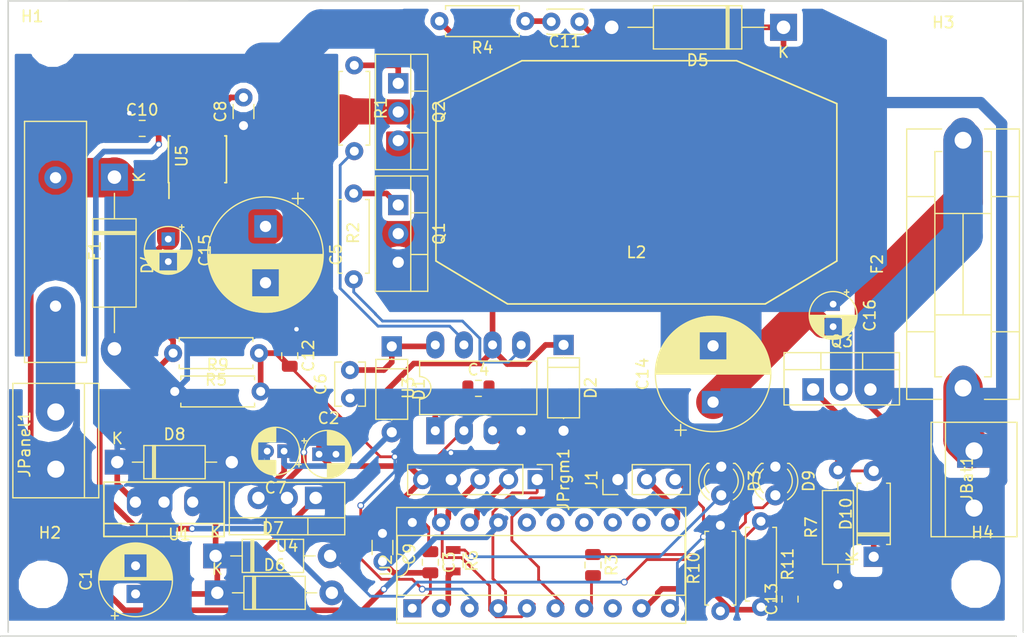
<source format=kicad_pcb>
(kicad_pcb (version 20171130) (host pcbnew 5.0.2-bee76a0~70~ubuntu18.04.1)
  (layers (0 F.Cu signal) (31 B.Cu signal) (34 B.Paste user) (35 F.Paste user) (36 B.SilkS user) (37 F.SilkS user) (38 B.Mask user) (39 F.Mask user) (44 Edge.Cuts user))
  (net 0 "")
  (net 1 +12V)
  (net 2 GND)
  (net 3 +5V)
  (net 4 "Net-(C6-Pad1)")
  (net 5 "Net-(Q1-Pad1)")
  (net 6 "Net-(Q2-Pad1)")
  (net 7 "Net-(R2-Pad2)")
  (net 8 "Net-(U2-Pad5)")
  (net 9 "Net-(U2-Pad6)")
  (net 10 "Net-(C6-Pad2)")
  (net 11 "Net-(R1-Pad2)")
  (net 12 "Net-(D3-Pad2)")
  (net 13 "Net-(R6-Pad2)")
  (net 14 "Net-(C8-Pad2)")
  (net 15 CSense)
  (net 16 "Net-(C1-Pad1)")
  (net 17 Mickler)
  (net 18 "Net-(JPrgm1-Pad2)")
  (net 19 "Net-(JPrgm1-Pad3)")
  (net 20 "Net-(C11-Pad2)")
  (net 21 VP_Sense)
  (net 22 VB_Sense)
  (net 23 VB)
  (net 24 "Net-(F1-Pad2)")
  (net 25 "Net-(J1-Pad2)")
  (net 26 "Net-(J1-Pad3)")
  (net 27 IN-)
  (net 28 "Net-(D9-Pad2)")
  (net 29 "Net-(R3-Pad2)")
  (net 30 "Net-(C15-Pad1)")
  (net 31 "Net-(C11-Pad1)")
  (net 32 "Net-(D10-Pad2)")
  (net 33 "Net-(F2-Pad1)")
  (module TerminalBlock:TerminalBlock_bornier-2_P5.08mm (layer F.Cu) (at 84.2 81.55 90)
    (fp_text reference JPanel1 (at 2.2 -2.775 90) (layer F.SilkS))
    (fp_text value Screw_Terminal_01x02)
    (pad 2 thru_hole circle (at 5.08 0 90) (size 3 3) (drill 1.52) (layers *.Cu *.Mask) (net 24 "Net-(F1-Pad2)"))
    (pad 1 thru_hole rect (at 0 0 90) (size 3 3) (drill 1.52) (layers *.Cu *.Mask) (net 2 GND))
  )
  (module Housings_SOIC:SOIC-8-1EP_3.9x4.9mm_Pitch1.27mm (layer F.Cu) (at 96.7625 54.0375 90)
    (fp_text reference U5 (at 0.2909 -1.3927 90) (layer F.SilkS))
    (fp_text value ACS713xLCTR-05B)
    (pad 1 smd rect (at -2.7 -1.905 90) (size 1.55 0.6) (layers F.Cu F.Paste F.Mask) (net 30 "Net-(C15-Pad1)"))
    (pad 2 smd rect (at -2.7 -0.635 90) (size 1.55 0.6) (layers F.Cu F.Paste F.Mask) (net 30 "Net-(C15-Pad1)"))
    (pad 3 smd rect (at -2.7 0.635 90) (size 1.55 0.6) (layers F.Cu F.Paste F.Mask) (net 27 IN-))
    (pad 4 smd rect (at -2.7 1.905 90) (size 1.55 0.6) (layers F.Cu F.Paste F.Mask) (net 27 IN-))
    (pad 5 smd rect (at 2.7 1.905 90) (size 1.55 0.6) (layers F.Cu F.Paste F.Mask) (net 2 GND))
    (pad 6 smd rect (at 2.7 0.635 90) (size 1.55 0.6) (layers F.Cu F.Paste F.Mask) (net 14 "Net-(C8-Pad2)"))
    (pad 7 smd rect (at 2.7 -0.635 90) (size 1.55 0.6) (layers F.Cu F.Paste F.Mask) (net 15 CSense))
    (pad 8 smd rect (at 2.7 -1.905 90) (size 1.55 0.6) (layers F.Cu F.Paste F.Mask) (net 3 +5V))
    (pad 9 smd rect (at 0.5875 0.5875 90) (size 1.175 1.175) (layers F.Cu F.Paste F.Mask))
    (pad 9 smd rect (at 0.5875 -0.5875 90) (size 1.175 1.175) (layers F.Cu F.Paste F.Mask))
    (pad 9 smd rect (at -0.5875 0.5875 90) (size 1.175 1.175) (layers F.Cu F.Paste F.Mask))
    (pad 9 smd rect (at -0.5875 -0.5875 90) (size 1.175 1.175) (layers F.Cu F.Paste F.Mask))
  )
  (module Capacitor_THT:CP_Radial_D10.0mm_P5.00mm (layer F.Cu) (at 102.8 60 270)
    (fp_text reference C5 (at 2.5 -6.25 270) (layer F.SilkS))
    (fp_text value CP)
    (pad 1 thru_hole rect (at 0 0 270) (size 2 2) (drill 1) (layers *.Cu *.Mask) (net 27 IN-))
    (pad 2 thru_hole circle (at 5 0 270) (size 2 2) (drill 1) (layers *.Cu *.Mask) (net 2 GND))
  )
  (module Package_DIP:DIP-20_W7.62mm_Socket (layer F.Cu) (at 115.825 93.9 90)
    (fp_text reference U2 (at 3.81 -2.33 90) (layer F.SilkS))
    (fp_text value 16F1508)
    (pad 1 thru_hole rect (at 0 0 90) (size 1.6 1.6) (drill 0.8) (layers *.Cu *.Mask) (net 3 +5V))
    (pad 11 thru_hole oval (at 7.62 22.86 90) (size 1.6 1.6) (drill 0.8) (layers *.Cu *.Mask) (net 25 "Net-(J1-Pad2)"))
    (pad 2 thru_hole oval (at 0 2.54 90) (size 1.6 1.6) (drill 0.8) (layers *.Cu *.Mask) (net 13 "Net-(R6-Pad2)"))
    (pad 12 thru_hole oval (at 7.62 20.32 90) (size 1.6 1.6) (drill 0.8) (layers *.Cu *.Mask))
    (pad 3 thru_hole oval (at 0 5.08 90) (size 1.6 1.6) (drill 0.8) (layers *.Cu *.Mask) (net 21 VP_Sense))
    (pad 13 thru_hole oval (at 7.62 17.78 90) (size 1.6 1.6) (drill 0.8) (layers *.Cu *.Mask))
    (pad 4 thru_hole oval (at 0 7.62 90) (size 1.6 1.6) (drill 0.8) (layers *.Cu *.Mask) (net 17 Mickler))
    (pad 14 thru_hole oval (at 7.62 15.24 90) (size 1.6 1.6) (drill 0.8) (layers *.Cu *.Mask))
    (pad 5 thru_hole oval (at 0 10.16 90) (size 1.6 1.6) (drill 0.8) (layers *.Cu *.Mask) (net 8 "Net-(U2-Pad5)"))
    (pad 15 thru_hole oval (at 7.62 12.7 90) (size 1.6 1.6) (drill 0.8) (layers *.Cu *.Mask))
    (pad 6 thru_hole oval (at 0 12.7 90) (size 1.6 1.6) (drill 0.8) (layers *.Cu *.Mask) (net 9 "Net-(U2-Pad6)"))
    (pad 16 thru_hole oval (at 7.62 10.16 90) (size 1.6 1.6) (drill 0.8) (layers *.Cu *.Mask))
    (pad 7 thru_hole oval (at 0 15.24 90) (size 1.6 1.6) (drill 0.8) (layers *.Cu *.Mask) (net 29 "Net-(R3-Pad2)"))
    (pad 17 thru_hole oval (at 7.62 7.62 90) (size 1.6 1.6) (drill 0.8) (layers *.Cu *.Mask) (net 15 CSense))
    (pad 8 thru_hole oval (at 0 17.78 90) (size 1.6 1.6) (drill 0.8) (layers *.Cu *.Mask))
    (pad 18 thru_hole oval (at 7.62 5.08 90) (size 1.6 1.6) (drill 0.8) (layers *.Cu *.Mask) (net 18 "Net-(JPrgm1-Pad2)"))
    (pad 9 thru_hole oval (at 0 20.32 90) (size 1.6 1.6) (drill 0.8) (layers *.Cu *.Mask) (net 22 VB_Sense))
    (pad 19 thru_hole oval (at 7.62 2.54 90) (size 1.6 1.6) (drill 0.8) (layers *.Cu *.Mask) (net 19 "Net-(JPrgm1-Pad3)"))
    (pad 10 thru_hole oval (at 0 22.86 90) (size 1.6 1.6) (drill 0.8) (layers *.Cu *.Mask) (net 26 "Net-(J1-Pad3)"))
    (pad 20 thru_hole oval (at 7.62 0 90) (size 1.6 1.6) (drill 0.8) (layers *.Cu *.Mask) (net 2 GND))
  )
  (module Resistor_THT:R_Axial_DIN0207_L6.3mm_D2.5mm_P7.62mm_Horizontal (layer F.Cu) (at 146.75 86.175 270)
    (fp_text reference R11 (at 3.81 -2.37 270) (layer F.SilkS))
    (fp_text value 20k)
    (pad 1 thru_hole circle (at 0 0 270) (size 1.6 1.6) (drill 0.8) (layers *.Cu *.Mask) (net 23 VB))
    (pad 2 thru_hole oval (at 7.62 0 270) (size 1.6 1.6) (drill 0.8) (layers *.Cu *.Mask) (net 22 VB_Sense))
  )
  (module Resistor_THT:R_Axial_DIN0207_L6.3mm_D2.5mm_P7.62mm_Horizontal (layer F.Cu) (at 143.15 94.15 90)
    (fp_text reference R10 (at 3.81 -2.37 90) (layer F.SilkS))
    (fp_text value 100k)
    (pad 2 thru_hole oval (at 7.62 0 90) (size 1.6 1.6) (drill 0.8) (layers *.Cu *.Mask) (net 2 GND))
    (pad 1 thru_hole circle (at 0 0 90) (size 1.6 1.6) (drill 0.8) (layers *.Cu *.Mask) (net 22 VB_Sense))
  )
  (module Capacitor_THT:CP_Radial_D6.3mm_P2.50mm (layer F.Cu) (at 91.275 92.625 90)
    (fp_text reference C1 (at 1.25 -4.4 90) (layer F.SilkS))
    (fp_text value CP)
    (pad 1 thru_hole rect (at 0 0 90) (size 1.6 1.6) (drill 0.8) (layers *.Cu *.Mask) (net 16 "Net-(C1-Pad1)"))
    (pad 2 thru_hole circle (at 2.5 0 90) (size 1.6 1.6) (drill 0.8) (layers *.Cu *.Mask) (net 2 GND))
  )
  (module Diode_THT:D_DO-41_SOD81_P10.16mm_Horizontal (layer F.Cu) (at 98.375 89.25)
    (fp_text reference D7 (at 5.08 -2.47) (layer F.SilkS))
    (fp_text value 1N4001)
    (fp_text user K (at 0 -2.1) (layer F.SilkS))
    (pad 1 thru_hole rect (at 0 0) (size 2.2 2.2) (drill 1.1) (layers *.Cu *.Mask) (net 16 "Net-(C1-Pad1)"))
    (pad 2 thru_hole oval (at 10.16 0) (size 2.2 2.2) (drill 1.1) (layers *.Cu *.Mask) (net 23 VB))
  )
  (module Capacitor_THT:CP_Radial_D4.0mm_P1.50mm (layer F.Cu) (at 104.45 79.95 180)
    (fp_text reference C7 (at 0.75 -3.25 180) (layer F.SilkS))
    (fp_text value CP)
    (pad 1 thru_hole rect (at 0 0 180) (size 1.2 1.2) (drill 0.6) (layers *.Cu *.Mask) (net 1 +12V))
    (pad 2 thru_hole circle (at 1.5 0 180) (size 1.2 1.2) (drill 0.6) (layers *.Cu *.Mask) (net 2 GND))
  )
  (module Capacitor_THT:CP_Radial_D4.0mm_P1.50mm (layer F.Cu) (at 107.55 80.225)
    (fp_text reference C2 (at 0.85 -3.2) (layer F.SilkS))
    (fp_text value CP)
    (pad 1 thru_hole rect (at 0 0) (size 1.2 1.2) (drill 0.6) (layers *.Cu *.Mask) (net 3 +5V))
    (pad 2 thru_hole circle (at 1.5 0) (size 1.2 1.2) (drill 0.6) (layers *.Cu *.Mask) (net 2 GND))
  )
  (module pm2120:Fuseholder5x20_horiz_SemiClosed_Casing10x25mm (layer F.Cu) (at 164.675 74.35 90)
    (fp_text reference F2 (at 11 -7.62 90) (layer F.SilkS))
    (fp_text value Fuse)
    (pad 2 thru_hole oval (at 22 0) (size 2.5 4) (drill 1.5) (layers *.Cu *.Mask) (net 23 VB))
    (pad 1 thru_hole oval (at 0 0) (size 2.5 4) (drill 1.5) (layers *.Cu *.Mask) (net 33 "Net-(F2-Pad1)"))
  )
  (module Package_TO_SOT_THT:TO-220-3_Vertical (layer F.Cu) (at 107.25 84.1 180)
    (fp_text reference U4 (at 2.54 -4.27 180) (layer F.SilkS))
    (fp_text value L7812)
    (pad 3 thru_hole oval (at 5.08 0 180) (size 1.905 2) (drill 1.1) (layers *.Cu *.Mask) (net 1 +12V))
    (pad 2 thru_hole oval (at 2.54 0 180) (size 1.905 2) (drill 1.1) (layers *.Cu *.Mask) (net 2 GND))
    (pad 1 thru_hole rect (at 0 0 180) (size 1.905 2) (drill 1.1) (layers *.Cu *.Mask) (net 16 "Net-(C1-Pad1)"))
  )
  (module Capacitor_SMD:C_0805_2012Metric (layer F.Cu) (at 117.425 89.8125 270)
    (fp_text reference C3 (at 0 -1.65 270) (layer F.SilkS))
    (fp_text value C)
    (pad 1 smd roundrect (at -0.9375 0 270) (size 0.975 1.4) (layers F.Cu F.Paste F.Mask) (net 2 GND))
    (pad 2 smd roundrect (at 0.9375 0 270) (size 0.975 1.4) (layers F.Cu F.Paste F.Mask) (net 3 +5V))
  )
  (module Housings_DIP:DIP-8_W7.62mm_LongPads (layer F.Cu) (at 117.8604 78.1386 90)
    (fp_text reference U3 (at 3.81 -2.39 90) (layer F.SilkS))
    (fp_text value IR2104)
    (pad 1 thru_hole rect (at 0 0 90) (size 2.4 1.6) (drill 0.8) (layers *.Cu *.Mask) (net 1 +12V))
    (pad 5 thru_hole oval (at 7.62 7.62 90) (size 2.4 1.6) (drill 0.8) (layers *.Cu *.Mask) (net 7 "Net-(R2-Pad2)"))
    (pad 2 thru_hole oval (at 0 2.54 90) (size 2.4 1.6) (drill 0.8) (layers *.Cu *.Mask) (net 8 "Net-(U2-Pad5)"))
    (pad 6 thru_hole oval (at 7.62 5.08 90) (size 2.4 1.6) (drill 0.8) (layers *.Cu *.Mask) (net 4 "Net-(C6-Pad1)"))
    (pad 3 thru_hole oval (at 0 5.08 90) (size 2.4 1.6) (drill 0.8) (layers *.Cu *.Mask) (net 9 "Net-(U2-Pad6)"))
    (pad 7 thru_hole oval (at 7.62 2.54 90) (size 2.4 1.6) (drill 0.8) (layers *.Cu *.Mask) (net 11 "Net-(R1-Pad2)"))
    (pad 4 thru_hole oval (at 0 7.62 90) (size 2.4 1.6) (drill 0.8) (layers *.Cu *.Mask) (net 2 GND))
    (pad 8 thru_hole oval (at 7.62 0 90) (size 2.4 1.6) (drill 0.8) (layers *.Cu *.Mask) (net 10 "Net-(C6-Pad2)"))
  )
  (module Capacitors_THT:C_Disc_D3.8mm_W2.6mm_P2.50mm (layer F.Cu) (at 110.3 75.25 90)
    (fp_text reference C6 (at 1.25 -2.61 90) (layer F.SilkS))
    (fp_text value C)
    (pad 1 thru_hole circle (at 0 0 90) (size 1.6 1.6) (drill 0.8) (layers *.Cu *.Mask) (net 4 "Net-(C6-Pad1)"))
    (pad 2 thru_hole circle (at 2.5 0 90) (size 1.6 1.6) (drill 0.8) (layers *.Cu *.Mask) (net 10 "Net-(C6-Pad2)"))
  )
  (module Capacitor_THT:C_Disc_D3.0mm_W1.6mm_P2.50mm (layer F.Cu) (at 100.85 51.05 90)
    (fp_text reference C8 (at 1.25 -2.05 90) (layer F.SilkS))
    (fp_text value Capacitor_SMD:C_0805_2012Metric)
    (pad 1 thru_hole circle (at 0 0 90) (size 1.6 1.6) (drill 0.8) (layers *.Cu *.Mask) (net 2 GND))
    (pad 2 thru_hole circle (at 2.5 0 90) (size 1.6 1.6) (drill 0.8) (layers *.Cu *.Mask) (net 14 "Net-(C8-Pad2)"))
  )
  (module Diodes_THT:D_A-405_P7.62mm_Horizontal (layer F.Cu) (at 114 70.65 270)
    (fp_text reference D1 (at 3.81 -2.41 270) (layer F.SilkS))
    (fp_text value D1)
    (pad 1 thru_hole rect (at 0 0 270) (size 1.8 1.8) (drill 0.9) (layers *.Cu *.Mask) (net 10 "Net-(C6-Pad2)"))
    (pad 2 thru_hole oval (at 7.62 0 270) (size 1.8 1.8) (drill 0.9) (layers *.Cu *.Mask) (net 1 +12V))
  )
  (module TerminalBlock:TerminalBlock_bornier-2_P5.08mm (layer F.Cu) (at 165.65 79.925 270)
    (fp_text reference JBat1 (at 2.5 0.625 270) (layer F.SilkS))
    (fp_text value Screw_Terminal_01x02)
    (pad 2 thru_hole circle (at 5.08 0 270) (size 3 3) (drill 1.52) (layers *.Cu *.Mask) (net 2 GND))
    (pad 1 thru_hole rect (at 0 0 270) (size 3 3) (drill 1.52) (layers *.Cu *.Mask) (net 33 "Net-(F2-Pad1)"))
  )
  (module LED_THT:LED_D3.0mm (layer F.Cu) (at 143.225 81.325 270)
    (fp_text reference D3 (at 1.27 -2.96 270) (layer F.SilkS))
    (fp_text value LED)
    (pad 2 thru_hole circle (at 2.54 0 270) (size 1.8 1.8) (drill 0.9) (layers *.Cu *.Mask) (net 12 "Net-(D3-Pad2)"))
    (pad 1 thru_hole rect (at 0 0 270) (size 1.8 1.8) (drill 0.9) (layers *.Cu *.Mask) (net 2 GND))
  )
  (module Diodes_THT:D_A-405_P7.62mm_Horizontal (layer F.Cu) (at 129.2396 70.5186 270)
    (fp_text reference D2 (at 3.81 -2.41 270) (layer F.SilkS))
    (fp_text value UF4007)
    (pad 1 thru_hole rect (at 0 0 270) (size 1.8 1.8) (drill 0.9) (layers *.Cu *.Mask) (net 4 "Net-(C6-Pad1)"))
    (pad 2 thru_hole oval (at 7.62 0 270) (size 1.8 1.8) (drill 0.9) (layers *.Cu *.Mask) (net 2 GND))
  )
  (module TO_SOT_Packages_THT:TO-220_Vertical (layer F.Cu) (at 114.575 58.1 270)
    (fp_text reference Q1 (at 2.54 -3.62 270) (layer F.SilkS))
    (fp_text value IRF540N)
    (pad 1 thru_hole rect (at 0 0 270) (size 1.8 1.8) (drill 1) (layers *.Cu *.Mask) (net 5 "Net-(Q1-Pad1)"))
    (pad 2 thru_hole oval (at 2.54 0 270) (size 1.8 1.8) (drill 1) (layers *.Cu *.Mask) (net 4 "Net-(C6-Pad1)"))
    (pad 3 thru_hole oval (at 5.08 0 270) (size 1.8 1.8) (drill 1) (layers *.Cu *.Mask) (net 2 GND))
  )
  (module TO_SOT_Packages_THT:TO-220_Vertical (layer F.Cu) (at 114.575 47.3 270)
    (fp_text reference Q2 (at 2.54 -3.62 270) (layer F.SilkS))
    (fp_text value IRF540N)
    (pad 1 thru_hole rect (at 0 0 270) (size 1.8 1.8) (drill 1) (layers *.Cu *.Mask) (net 6 "Net-(Q2-Pad1)"))
    (pad 2 thru_hole oval (at 2.54 0 270) (size 1.8 1.8) (drill 1) (layers *.Cu *.Mask) (net 27 IN-))
    (pad 3 thru_hole oval (at 5.08 0 270) (size 1.8 1.8) (drill 1) (layers *.Cu *.Mask) (net 4 "Net-(C6-Pad1)"))
  )
  (module TO_SOT_Packages_THT:TO-220_Neutral123_Vertical (layer F.Cu) (at 93.8 84.475 180)
    (fp_text reference U1 (at -1.36144 -2.86512 180) (layer F.SilkS))
    (fp_text value L7805)
    (pad 2 thru_hole oval (at 0 0 270) (size 2.49936 1.50114) (drill 1.00076) (layers *.Cu *.Mask) (net 2 GND))
    (pad 1 thru_hole oval (at -2.54 0 270) (size 2.49936 1.50114) (drill 1.00076) (layers *.Cu *.Mask) (net 16 "Net-(C1-Pad1)"))
    (pad 3 thru_hole oval (at 2.54 0 270) (size 2.49936 1.50114) (drill 1.00076) (layers *.Cu *.Mask) (net 3 +5V))
  )
  (module Resistors_SMD:R_0805 (layer F.Cu) (at 119.45 89.675 270)
    (fp_text reference R6 (at 0 -1.65 270) (layer F.SilkS))
    (fp_text value 2000)
    (pad 1 smd rect (at -0.95 0 270) (size 0.7 1.3) (layers F.Cu F.Paste F.Mask) (net 12 "Net-(D3-Pad2)"))
    (pad 2 smd rect (at 0.95 0 270) (size 0.7 1.3) (layers F.Cu F.Paste F.Mask) (net 13 "Net-(R6-Pad2)"))
  )
  (module pm2120:pm2120 (layer F.Cu) (at 135.7 61.8)
    (fp_text reference L2 (at 0 0.5) (layer F.SilkS))
    (fp_text value L)
    (pad 1 smd rect (at -15 -6) (size 4 12) (layers F.Cu F.Paste F.Mask) (net 4 "Net-(C6-Pad1)"))
    (pad 2 smd rect (at 15 -6) (size 4 12) (layers F.Cu F.Paste F.Mask) (net 31 "Net-(C11-Pad1)"))
  )
  (module Resistor_THT:R_Axial_DIN0207_L6.3mm_D2.5mm_P7.62mm_Horizontal (layer F.Cu) (at 125.85 41.775 180)
    (fp_text reference R4 (at 3.81 -2.37 180) (layer F.SilkS))
    (fp_text value 200)
    (pad 1 thru_hole circle (at 0 0 180) (size 1.6 1.6) (drill 0.8) (layers *.Cu *.Mask) (net 20 "Net-(C11-Pad2)"))
    (pad 2 thru_hole oval (at 7.62 0 180) (size 1.6 1.6) (drill 0.8) (layers *.Cu *.Mask) (net 4 "Net-(C6-Pad1)"))
  )
  (module Resistor_THT:R_Axial_DIN0207_L6.3mm_D2.5mm_P7.62mm_Horizontal (layer F.Cu) (at 102.225 71.25 180)
    (fp_text reference R5 (at 3.81 -2.37 180) (layer F.SilkS))
    (fp_text value 100k)
    (pad 1 thru_hole circle (at 0 0 180) (size 1.6 1.6) (drill 0.8) (layers *.Cu *.Mask) (net 21 VP_Sense))
    (pad 2 thru_hole oval (at 7.62 0 180) (size 1.6 1.6) (drill 0.8) (layers *.Cu *.Mask) (net 30 "Net-(C15-Pad1)"))
  )
  (module Resistor_THT:R_Axial_DIN0207_L6.3mm_D2.5mm_P7.62mm_Horizontal (layer F.Cu) (at 94.75 74.65)
    (fp_text reference R9 (at 3.81 -2.37) (layer F.SilkS))
    (fp_text value 20k)
    (pad 2 thru_hole oval (at 7.62 0) (size 1.6 1.6) (drill 0.8) (layers *.Cu *.Mask) (net 21 VP_Sense))
    (pad 1 thru_hole circle (at 0 0) (size 1.6 1.6) (drill 0.8) (layers *.Cu *.Mask) (net 2 GND))
  )
  (module Capacitor_THT:C_Disc_D3.0mm_W2.0mm_P2.50mm (layer F.Cu) (at 130.65 41.825 180)
    (fp_text reference C11 (at 1.3062 -1.7526 180) (layer F.SilkS))
    (fp_text value C)
    (pad 1 thru_hole circle (at 0 0 180) (size 1.6 1.6) (drill 0.8) (layers *.Cu *.Mask) (net 31 "Net-(C11-Pad1)"))
    (pad 2 thru_hole circle (at 2.5 0 180) (size 1.6 1.6) (drill 0.8) (layers *.Cu *.Mask) (net 20 "Net-(C11-Pad2)"))
  )
  (module Capacitor_THT:CP_Radial_D10.0mm_P5.00mm (layer F.Cu) (at 142.5 75.6 90)
    (fp_text reference C14 (at 2.5 -6.25 90) (layer F.SilkS))
    (fp_text value 1000uF)
    (pad 1 thru_hole rect (at 0 0 90) (size 2 2) (drill 1) (layers *.Cu *.Mask) (net 31 "Net-(C11-Pad1)"))
    (pad 2 thru_hole circle (at 5 0 90) (size 2 2) (drill 1) (layers *.Cu *.Mask) (net 2 GND))
  )
  (module Capacitor_THT:C_Disc_D3.0mm_W1.6mm_P2.50mm (layer F.Cu) (at 113.175 87.25 270)
    (fp_text reference C9 (at 1.8396 -2.3876 270) (layer F.SilkS))
    (fp_text value C)
    (pad 2 thru_hole circle (at 2.5 0 270) (size 1.6 1.6) (drill 0.8) (layers *.Cu *.Mask) (net 3 +5V))
    (pad 1 thru_hole circle (at 0 0 270) (size 1.6 1.6) (drill 0.8) (layers *.Cu *.Mask) (net 2 GND))
  )
  (module Diode_THT:D_DO-41_SOD81_P10.16mm_Horizontal (layer F.Cu) (at 98.525 92.525)
    (fp_text reference D6 (at 5.08 -2.47) (layer F.SilkS))
    (fp_text value 1N4001)
    (fp_text user K (at 0 -2.1) (layer F.SilkS))
    (pad 2 thru_hole oval (at 10.16 0) (size 2.2 2.2) (drill 1.1) (layers *.Cu *.Mask) (net 30 "Net-(C15-Pad1)"))
    (pad 1 thru_hole rect (at 0 0) (size 2.2 2.2) (drill 1.1) (layers *.Cu *.Mask) (net 16 "Net-(C1-Pad1)"))
  )
  (module Diode_THT:D_DO-41_SOD81_P10.16mm_Horizontal (layer F.Cu) (at 89.65 80.925)
    (fp_text reference D8 (at 5.08 -2.47) (layer F.SilkS))
    (fp_text value 1N4007)
    (fp_text user K (at 0 -2.1) (layer F.SilkS))
    (pad 1 thru_hole rect (at 0 0) (size 2.2 2.2) (drill 1.1) (layers *.Cu *.Mask) (net 3 +5V))
    (pad 2 thru_hole oval (at 10.16 0) (size 2.2 2.2) (drill 1.1) (layers *.Cu *.Mask) (net 2 GND))
  )
  (module Connector_PinHeader_2.54mm:PinHeader_1x05_P2.54mm_Vertical (layer F.Cu) (at 126.9 82.475 270)
    (fp_text reference JPrgm1 (at 0 -2.33 270) (layer F.SilkS))
    (fp_text value Conn_01x05)
    (pad 1 thru_hole rect (at 0 0 270) (size 1.7 1.7) (drill 1) (layers *.Cu *.Mask) (net 17 Mickler))
    (pad 2 thru_hole oval (at 0 2.54 270) (size 1.7 1.7) (drill 1) (layers *.Cu *.Mask) (net 18 "Net-(JPrgm1-Pad2)"))
    (pad 3 thru_hole oval (at 0 5.08 270) (size 1.7 1.7) (drill 1) (layers *.Cu *.Mask) (net 19 "Net-(JPrgm1-Pad3)"))
    (pad 4 thru_hole oval (at 0 7.62 270) (size 1.7 1.7) (drill 1) (layers *.Cu *.Mask) (net 2 GND))
    (pad 5 thru_hole oval (at 0 10.16 270) (size 1.7 1.7) (drill 1) (layers *.Cu *.Mask) (net 3 +5V))
  )
  (module MountingHole:MountingHole_3.2mm_M3 (layer F.Cu) (at 83.925001 43.725001)
    (fp_text reference H1 (at -1.825001 -2.375001) (layer F.SilkS))
    (fp_text value MountingHole)
    (pad 1 np_thru_hole circle (at 0 0) (size 3.2 3.2) (drill 3.2) (layers *.Cu *.Mask))
  )
  (module MountingHole:MountingHole_3.2mm_M3 (layer F.Cu) (at 83.675 91.4)
    (fp_text reference H2 (at 0 -4.2) (layer F.SilkS))
    (fp_text value MountingHole)
    (pad 1 np_thru_hole circle (at 0 0) (size 3.2 3.2) (drill 3.2) (layers *.Cu *.Mask))
  )
  (module MountingHole:MountingHole_3.2mm_M3 (layer F.Cu) (at 166 44)
    (fp_text reference H3 (at -3.075 -2.1) (layer F.SilkS))
    (fp_text value MountingHole)
    (pad 1 np_thru_hole circle (at 0 0) (size 3.2 3.2) (drill 3.2) (layers *.Cu *.Mask))
  )
  (module MountingHole:MountingHole_3.2mm_M3 (layer F.Cu) (at 166.4 91.375)
    (fp_text reference H4 (at 0 -4.2) (layer F.SilkS))
    (fp_text value MountingHole)
    (pad 1 np_thru_hole circle (at 0 0) (size 3.2 3.2) (drill 3.2) (layers *.Cu *.Mask))
  )
  (module Capacitor_SMD:C_0805_2012Metric (layer F.Cu) (at 121.6875 74.375)
    (fp_text reference C4 (at 0 -1.65) (layer F.SilkS))
    (fp_text value C)
    (pad 1 smd roundrect (at -0.9375 0) (size 0.975 1.4) (layers F.Cu F.Paste F.Mask) (net 1 +12V))
    (pad 2 smd roundrect (at 0.9375 0) (size 0.975 1.4) (layers F.Cu F.Paste F.Mask) (net 2 GND))
  )
  (module Capacitor_SMD:C_0805_2012Metric (layer F.Cu) (at 91.8625 51.3)
    (fp_text reference C10 (at 0 -1.65) (layer F.SilkS))
    (fp_text value 0.11uF)
    (pad 2 smd roundrect (at 0.9375 0) (size 0.975 1.4) (layers F.Cu F.Paste F.Mask) (net 3 +5V))
    (pad 1 smd roundrect (at -0.9375 0) (size 0.975 1.4) (layers F.Cu F.Paste F.Mask) (net 2 GND))
  )
  (module Capacitor_SMD:C_0805_2012Metric (layer F.Cu) (at 104.95 71.475 270)
    (fp_text reference C12 (at 0 -1.65 270) (layer F.SilkS))
    (fp_text value C)
    (pad 2 smd roundrect (at 0.9375 0 270) (size 0.975 1.4) (layers F.Cu F.Paste F.Mask) (net 21 VP_Sense))
    (pad 1 smd roundrect (at -0.9375 0 270) (size 0.975 1.4) (layers F.Cu F.Paste F.Mask) (net 2 GND))
  )
  (module Capacitor_SMD:C_0805_2012Metric (layer F.Cu) (at 149.325 93.0875 90)
    (fp_text reference C13 (at 0 -1.65 90) (layer F.SilkS))
    (fp_text value C)
    (pad 1 smd roundrect (at -0.9375 0 90) (size 0.975 1.4) (layers F.Cu F.Paste F.Mask) (net 22 VB_Sense))
    (pad 2 smd roundrect (at 0.9375 0 90) (size 0.975 1.4) (layers F.Cu F.Paste F.Mask) (net 2 GND))
  )
  (module Connector_PinHeader_2.54mm:PinHeader_1x03_P2.54mm_Vertical (layer F.Cu) (at 134.06 82.475 90)
    (fp_text reference J1 (at 0 -2.33 90) (layer F.SilkS))
    (fp_text value Conn_01x03)
    (pad 1 thru_hole rect (at 0 0 90) (size 1.7 1.7) (drill 1) (layers *.Cu *.Mask) (net 2 GND))
    (pad 2 thru_hole oval (at 0 2.54 90) (size 1.7 1.7) (drill 1) (layers *.Cu *.Mask) (net 25 "Net-(J1-Pad2)"))
    (pad 3 thru_hole oval (at 0 5.08 90) (size 1.7 1.7) (drill 1) (layers *.Cu *.Mask) (net 26 "Net-(J1-Pad3)"))
  )
  (module Diode_THT:D_DO-15_P15.24mm_Horizontal (layer F.Cu) (at 89.4 55.625 270)
    (fp_text reference D4 (at 7.62 -2.92 270) (layer F.SilkS))
    (fp_text value D_TVS)
    (fp_text user K (at 0 -2.2 270) (layer F.SilkS))
    (pad 1 thru_hole rect (at 0 0 270) (size 2.4 2.4) (drill 1.2) (layers *.Cu *.Mask) (net 30 "Net-(C15-Pad1)"))
    (pad 2 thru_hole oval (at 15.24 0 270) (size 2.4 2.4) (drill 1.2) (layers *.Cu *.Mask) (net 2 GND))
  )
  (module Diode_THT:D_DO-15_P15.24mm_Horizontal (layer F.Cu) (at 148.75 42.325 180)
    (fp_text reference D5 (at 7.62 -2.92 180) (layer F.SilkS))
    (fp_text value D_TVS)
    (fp_text user K (at 0 -2.2 180) (layer F.SilkS))
    (pad 2 thru_hole oval (at 15.24 0 180) (size 2.4 2.4) (drill 1.2) (layers *.Cu *.Mask) (net 2 GND))
    (pad 1 thru_hole rect (at 0 0 180) (size 2.4 2.4) (drill 1.2) (layers *.Cu *.Mask) (net 31 "Net-(C11-Pad1)"))
  )
  (module LED_THT:LED_D3.0mm (layer F.Cu) (at 148.025 81.325 270)
    (fp_text reference D9 (at 1.27 -2.96 270) (layer F.SilkS))
    (fp_text value LED)
    (pad 1 thru_hole rect (at 0 0 270) (size 1.8 1.8) (drill 0.9) (layers *.Cu *.Mask) (net 2 GND))
    (pad 2 thru_hole circle (at 2.54 0 270) (size 1.8 1.8) (drill 0.9) (layers *.Cu *.Mask) (net 28 "Net-(D9-Pad2)"))
  )
  (module Resistor_THT:R_Axial_DIN0207_L6.3mm_D2.5mm_P7.62mm_Horizontal (layer F.Cu) (at 110.675 45.7 270)
    (fp_text reference R1 (at 3.81 -2.37 270) (layer F.SilkS))
    (fp_text value 20)
    (pad 1 thru_hole circle (at 0 0 270) (size 1.6 1.6) (drill 0.8) (layers *.Cu *.Mask) (net 6 "Net-(Q2-Pad1)"))
    (pad 2 thru_hole oval (at 7.62 0 270) (size 1.6 1.6) (drill 0.8) (layers *.Cu *.Mask) (net 11 "Net-(R1-Pad2)"))
  )
  (module Resistor_THT:R_Axial_DIN0207_L6.3mm_D2.5mm_P7.62mm_Horizontal (layer F.Cu) (at 110.625 57.075 270)
    (fp_text reference R2 (at 3.502 0.04 270) (layer F.SilkS))
    (fp_text value 20)
    (pad 2 thru_hole oval (at 7.62 0 270) (size 1.6 1.6) (drill 0.8) (layers *.Cu *.Mask) (net 7 "Net-(R2-Pad2)"))
    (pad 1 thru_hole circle (at 0 0 270) (size 1.6 1.6) (drill 0.8) (layers *.Cu *.Mask) (net 5 "Net-(Q1-Pad1)"))
  )
  (module Fuse:Fuse_Littelfuse-LVR125 (layer F.Cu) (at 84.175 55.675 270)
    (fp_text reference F1 (at 6.5 -3.5 270) (layer F.SilkS))
    (fp_text value Fuse)
    (pad 1 thru_hole circle (at 0 0 270) (size 2 2) (drill 1) (layers *.Cu *.Mask) (net 30 "Net-(C15-Pad1)"))
    (pad 2 thru_hole circle (at 11.4 0 270) (size 2 2) (drill 1) (layers *.Cu *.Mask) (net 24 "Net-(F1-Pad2)"))
  )
  (module Capacitor_THT:CP_Radial_D4.0mm_P2.00mm (layer F.Cu) (at 94.175 61.125 270)
    (fp_text reference C15 (at 1 -3.25 270) (layer F.SilkS))
    (fp_text value 10uF)
    (pad 2 thru_hole circle (at 2 0 270) (size 1.2 1.2) (drill 0.6) (layers *.Cu *.Mask) (net 2 GND))
    (pad 1 thru_hole rect (at 0 0 270) (size 1.2 1.2) (drill 0.6) (layers *.Cu *.Mask) (net 30 "Net-(C15-Pad1)"))
  )
  (module Capacitor_THT:CP_Radial_D4.0mm_P2.00mm (layer F.Cu) (at 153.15 66.9 270)
    (fp_text reference C16 (at 1 -3.25 270) (layer F.SilkS))
    (fp_text value 10uF)
    (pad 1 thru_hole rect (at 0 0 270) (size 1.2 1.2) (drill 0.6) (layers *.Cu *.Mask) (net 2 GND))
    (pad 2 thru_hole circle (at 2 0 270) (size 1.2 1.2) (drill 0.6) (layers *.Cu *.Mask) (net 31 "Net-(C11-Pad1)"))
  )
  (module Resistor_SMD:R_0805_2012Metric (layer F.Cu) (at 131.85 90.0625 270)
    (fp_text reference R3 (at 0 -1.65 270) (layer F.SilkS))
    (fp_text value 2000)
    (pad 1 smd roundrect (at -0.9375 0 270) (size 0.975 1.4) (layers F.Cu F.Paste F.Mask) (net 28 "Net-(D9-Pad2)"))
    (pad 2 smd roundrect (at 0.9375 0 270) (size 0.975 1.4) (layers F.Cu F.Paste F.Mask) (net 29 "Net-(R3-Pad2)"))
  )
  (module Diode_THT:D_A-405_P7.62mm_Horizontal (layer F.Cu) (at 156.75 89.325 90)
    (fp_text reference D10 (at 3.81 -2.47 90) (layer F.SilkS))
    (fp_text value D_Zener)
    (fp_text user K (at 0 -1.9 90) (layer F.SilkS))
    (pad 1 thru_hole rect (at 0 0 90) (size 1.8 1.8) (drill 0.9) (layers *.Cu *.Mask) (net 23 VB))
    (pad 2 thru_hole oval (at 7.62 0 90) (size 1.8 1.8) (drill 0.9) (layers *.Cu *.Mask) (net 32 "Net-(D10-Pad2)"))
  )
  (module Package_TO_SOT_THT:TO-220-3_Vertical (layer F.Cu) (at 151.375 74.475)
    (fp_text reference Q3 (at 2.54 -4.27) (layer F.SilkS))
    (fp_text value Q_PMOS_GDS)
    (pad 1 thru_hole rect (at 0 0) (size 1.905 2) (drill 1.1) (layers *.Cu *.Mask) (net 32 "Net-(D10-Pad2)"))
    (pad 2 thru_hole oval (at 2.54 0) (size 1.905 2) (drill 1.1) (layers *.Cu *.Mask) (net 31 "Net-(C11-Pad1)"))
    (pad 3 thru_hole oval (at 5.08 0) (size 1.905 2) (drill 1.1) (layers *.Cu *.Mask) (net 23 VB))
  )
  (module Resistor_THT:R_Axial_DIN0207_L6.3mm_D2.5mm_P10.16mm_Horizontal (layer F.Cu) (at 153.575 91.8 90)
    (fp_text reference R7 (at 5.08 -2.37 90) (layer F.SilkS))
    (fp_text value R)
    (pad 1 thru_hole circle (at 0 0 90) (size 1.6 1.6) (drill 0.8) (layers *.Cu *.Mask) (net 2 GND))
    (pad 2 thru_hole oval (at 10.16 0 90) (size 1.6 1.6) (drill 0.8) (layers *.Cu *.Mask) (net 32 "Net-(D10-Pad2)"))
  )
  (gr_line (start 170 40) (end 169.95 40) (layer Edge.Cuts) (width 0.15))
  (gr_line (start 170.025 96) (end 170 40) (layer Edge.Cuts) (width 0.15))
  (gr_line (start 79.325 96.375) (end 169.375 96.375) (layer Edge.Cuts) (width 0.15))
  (gr_line (start 79.975 39.975) (end 79.975 96) (layer Edge.Cuts) (width 0.15))
  (gr_line (start 170 40) (end 79.975 39.975) (layer Edge.Cuts) (width 0.15))
  (segment (start 114 78.27) (end 117.07 75.2) (width 0.5) (layer F.Cu) (net 1))
  (segment (start 119.925 75.2) (end 120.75 74.375) (width 0.5) (layer F.Cu) (net 1))
  (segment (start 117.07 75.2) (end 119.925 75.2) (width 0.5) (layer F.Cu) (net 1))
  (segment (start 103.67 82.6) (end 103.6225 82.6) (width 0.5) (layer F.Cu) (net 1))
  (segment (start 102.17 84.0525) (end 102.17 84.1) (width 0.5) (layer F.Cu) (net 1))
  (segment (start 103.6225 82.6) (end 102.17 84.0525) (width 0.5) (layer F.Cu) (net 1))
  (segment (start 104.45 81.82) (end 103.67 82.6) (width 0.5) (layer F.Cu) (net 1))
  (segment (start 104.45 79.95) (end 104.45 81.82) (width 0.5) (layer F.Cu) (net 1))
  (segment (start 117.07 75.6482) (end 117.07 75.2) (width 0.5) (layer F.Cu) (net 1))
  (segment (start 117.8604 76.4386) (end 117.07 75.6482) (width 0.5) (layer F.Cu) (net 1))
  (segment (start 117.8604 78.1386) (end 117.8604 76.4386) (width 0.5) (layer F.Cu) (net 1))
  (segment (start 104.45 81.05) (end 104.45 79.95) (width 0.5) (layer B.Cu) (net 1))
  (segment (start 104.675001 81.275001) (end 104.45 81.05) (width 0.5) (layer B.Cu) (net 1))
  (segment (start 110.994999 81.275001) (end 104.675001 81.275001) (width 0.5) (layer B.Cu) (net 1))
  (segment (start 114 78.27) (end 110.994999 81.275001) (width 0.5) (layer B.Cu) (net 1))
  (segment (start 102.55 45.425) (end 104.75 45.425) (width 3.5) (layer B.Cu) (net 2))
  (segment (start 104.75 45.425) (end 107.7 42.475) (width 3.5) (layer B.Cu) (net 2))
  (segment (start 114.859998 42.475) (end 119.034998 46.65) (width 3.5) (layer B.Cu) (net 2))
  (segment (start 107.7 42.475) (end 114.859998 42.475) (width 3.5) (layer B.Cu) (net 2))
  (segment (start 125.4804 77.7386) (end 125.4804 78.1386) (width 0.5) (layer F.Cu) (net 2))
  (segment (start 123.7804 76.4386) (end 124.1804 76.4386) (width 0.5) (layer F.Cu) (net 2))
  (segment (start 122.625 75.2832) (end 123.7804 76.4386) (width 0.5) (layer F.Cu) (net 2))
  (segment (start 124.1804 76.4386) (end 125.4804 77.7386) (width 0.5) (layer F.Cu) (net 2))
  (segment (start 122.625 74.375) (end 122.625 75.2832) (width 0.5) (layer F.Cu) (net 2))
  (segment (start 151.55 66.9) (end 149.975 65.325) (width 1) (layer B.Cu) (net 2))
  (segment (start 153.15 66.9) (end 151.55 66.9) (width 1) (layer B.Cu) (net 2))
  (segment (start 149.975 65.325) (end 145.275 65.325) (width 1) (layer B.Cu) (net 2))
  (segment (start 142.5 68.1) (end 142.5 70.6) (width 1) (layer B.Cu) (net 2))
  (segment (start 145.275 65.325) (end 142.5 68.1) (width 1) (layer B.Cu) (net 2))
  (segment (start 158.855 91.8) (end 153.575 91.8) (width 0.5) (layer B.Cu) (net 2))
  (segment (start 165.65 85.005) (end 158.855 91.8) (width 0.5) (layer B.Cu) (net 2))
  (segment (start 149.425 81.325) (end 148.025 81.325) (width 0.5) (layer B.Cu) (net 2))
  (segment (start 153.575 91.8) (end 153.575 85.475) (width 0.5) (layer B.Cu) (net 2))
  (segment (start 135.360001 81.174999) (end 134.06 82.475) (width 0.5) (layer B.Cu) (net 2))
  (segment (start 141.674999 81.174999) (end 135.360001 81.174999) (width 0.5) (layer B.Cu) (net 2))
  (segment (start 141.825 81.325) (end 141.674999 81.174999) (width 0.5) (layer B.Cu) (net 2))
  (segment (start 143.225 81.325) (end 141.825 81.325) (width 0.5) (layer B.Cu) (net 2))
  (segment (start 131.0736 78.1386) (end 129.2396 78.1386) (width 0.5) (layer B.Cu) (net 2))
  (segment (start 134.06 81.125) (end 131.0736 78.1386) (width 0.5) (layer B.Cu) (net 2))
  (segment (start 134.06 82.475) (end 134.06 81.125) (width 0.5) (layer B.Cu) (net 2))
  (segment (start 129.2396 78.1386) (end 125.4804 78.1386) (width 0.5) (layer B.Cu) (net 2))
  (segment (start 116.475 85.905) (end 116.12 85.905) (width 0.5) (layer B.Cu) (net 2))
  (segment (start 93.8 87.6) (end 93.8 84.475) (width 0.5) (layer B.Cu) (net 2))
  (segment (start 84.2 83.55) (end 84.2 81.55) (width 0.5) (layer B.Cu) (net 2))
  (segment (start 90.15 89.5) (end 84.2 83.55) (width 0.5) (layer B.Cu) (net 2))
  (segment (start 91.9 89.5) (end 90.15 89.5) (width 0.5) (layer B.Cu) (net 2))
  (segment (start 91.9 89.5) (end 93.8 87.6) (width 0.5) (layer B.Cu) (net 2))
  (segment (start 91.275 90.125) (end 91.9 89.5) (width 0.5) (layer B.Cu) (net 2))
  (segment (start 93.8 82.72532) (end 95.60032 80.925) (width 0.5) (layer B.Cu) (net 2))
  (segment (start 93.8 84.475) (end 93.8 82.72532) (width 0.5) (layer B.Cu) (net 2))
  (segment (start 101.975 80.925) (end 102.95 79.95) (width 0.5) (layer B.Cu) (net 2))
  (segment (start 99.81 80.925) (end 101.975 80.925) (width 0.5) (layer B.Cu) (net 2))
  (segment (start 102.95 82.34) (end 102.95 79.95) (width 0.5) (layer B.Cu) (net 2))
  (segment (start 104.71 84.1) (end 102.95 82.34) (width 0.5) (layer B.Cu) (net 2))
  (segment (start 117.274999 86.704999) (end 116.475 85.905) (width 0.25) (layer F.Cu) (net 2))
  (segment (start 117.275 88.1375) (end 117.274999 86.704999) (width 0.25) (layer F.Cu) (net 2))
  (segment (start 117.425 88.875) (end 117.425 88.2875) (width 0.25) (layer F.Cu) (net 2))
  (segment (start 117.425 88.2875) (end 117.275 88.1375) (width 0.25) (layer F.Cu) (net 2))
  (segment (start 116.475 85.28) (end 119.28 82.475) (width 0.5) (layer B.Cu) (net 2))
  (segment (start 116.475 85.905) (end 116.475 85.28) (width 0.5) (layer B.Cu) (net 2))
  (segment (start 104.71 85.6) (end 104.71 84.1) (width 0.5) (layer B.Cu) (net 2))
  (segment (start 105.015 85.905) (end 104.71 85.6) (width 0.5) (layer B.Cu) (net 2))
  (segment (start 153.225 92.15) (end 153.575 91.8) (width 0.5) (layer F.Cu) (net 2))
  (segment (start 149.325 92.15) (end 153.225 92.15) (width 0.5) (layer F.Cu) (net 2))
  (via (at 119.25 80.1) (size 0.6) (drill 0.4) (layers F.Cu B.Cu) (net 2))
  (segment (start 123.919 80.1) (end 119.25 80.1) (width 0.5) (layer B.Cu) (net 2))
  (segment (start 125.4804 78.1386) (end 125.4804 78.5386) (width 0.5) (layer B.Cu) (net 2))
  (segment (start 125.4804 78.5386) (end 123.919 80.1) (width 0.5) (layer B.Cu) (net 2))
  (segment (start 119.25 82.445) (end 119.28 82.475) (width 0.5) (layer F.Cu) (net 2))
  (segment (start 119.25 80.1) (end 119.25 82.445) (width 0.5) (layer F.Cu) (net 2))
  (segment (start 151.275 83.500002) (end 151.275 83.175) (width 0.5) (layer B.Cu) (net 2))
  (segment (start 143.8 86.155) (end 143.945 86.155) (width 0.5) (layer B.Cu) (net 2))
  (segment (start 151.275 83.175) (end 149.425 81.325) (width 0.5) (layer B.Cu) (net 2))
  (segment (start 153.575 85.475) (end 151.275 83.175) (width 0.5) (layer B.Cu) (net 2))
  (segment (start 116.475 85.905) (end 113.475 85.905) (width 0.5) (layer B.Cu) (net 2))
  (segment (start 113.475 85.905) (end 105.015 85.905) (width 0.5) (layer B.Cu) (net 2))
  (segment (start 113.974999 86.450001) (end 113.974999 86.404999) (width 0.5) (layer B.Cu) (net 2))
  (segment (start 113.974999 86.404999) (end 113.475 85.905) (width 0.5) (layer B.Cu) (net 2))
  (segment (start 113.175 87.25) (end 113.974999 86.450001) (width 0.5) (layer B.Cu) (net 2))
  (segment (start 168.100009 82.554991) (end 168.100009 50.875009) (width 1) (layer B.Cu) (net 2))
  (segment (start 165.65 85.005) (end 168.100009 82.554991) (width 1) (layer B.Cu) (net 2))
  (segment (start 168.100009 50.875009) (end 166.225 49) (width 1) (layer B.Cu) (net 2))
  (segment (start 166.225 49) (end 156.575 49) (width 1) (layer B.Cu) (net 2))
  (segment (start 98.955 51.05) (end 98.6675 51.3375) (width 0.5) (layer F.Cu) (net 2))
  (segment (start 100.85 51.05) (end 98.955 51.05) (width 0.5) (layer F.Cu) (net 2))
  (via (at 90.725 49.95) (size 0.6) (drill 0.4) (layers F.Cu B.Cu) (net 2))
  (segment (start 90.925 51.3) (end 90.925 50.15) (width 0.5) (layer F.Cu) (net 2))
  (segment (start 90.925 50.15) (end 90.725 49.95) (width 0.5) (layer F.Cu) (net 2))
  (segment (start 100.925 63.125) (end 102.8 65) (width 0.5) (layer B.Cu) (net 2))
  (segment (start 104.95 70.5375) (end 104.95 69.725) (width 0.5) (layer F.Cu) (net 2))
  (via (at 105.55 69.125) (size 0.6) (drill 0.4) (layers F.Cu B.Cu) (net 2))
  (segment (start 104.95 69.725) (end 105.55 69.125) (width 0.5) (layer F.Cu) (net 2))
  (segment (start 102.8 66.375) (end 102.8 65) (width 0.5) (layer B.Cu) (net 2))
  (segment (start 105.55 69.125) (end 102.8 66.375) (width 0.5) (layer B.Cu) (net 2))
  (segment (start 143.8 86.155) (end 145.5 84.455) (width 0.25) (layer B.Cu) (net 2))
  (segment (start 145.5 84.455) (end 145.5 81.325) (width 0.25) (layer B.Cu) (net 2))
  (segment (start 148.025 81.325) (end 145.5 81.325) (width 0.5) (layer B.Cu) (net 2))
  (segment (start 145.5 81.325) (end 143.225 81.325) (width 0.5) (layer B.Cu) (net 2))
  (segment (start 100.075 63.125) (end 100.85 62.35) (width 0.25) (layer B.Cu) (net 2))
  (segment (start 100.85 62.35) (end 100.85 51.05) (width 0.25) (layer B.Cu) (net 2))
  (segment (start 100.075 63.125) (end 100.925 63.125) (width 0.5) (layer B.Cu) (net 2))
  (segment (start 94.175 63.125) (end 100.075 63.125) (width 0.5) (layer B.Cu) (net 2))
  (segment (start 99.75 49.95) (end 91.149264 49.95) (width 0.25) (layer B.Cu) (net 2))
  (segment (start 91.149264 49.95) (end 90.725 49.95) (width 0.25) (layer B.Cu) (net 2))
  (segment (start 100.85 51.05) (end 99.75 49.95) (width 0.25) (layer B.Cu) (net 2))
  (segment (start 96.5 80.925) (end 96.5 76.4) (width 0.25) (layer B.Cu) (net 2))
  (segment (start 96.5 76.4) (end 94.75 74.65) (width 0.25) (layer B.Cu) (net 2))
  (segment (start 96.5 80.925) (end 99.81 80.925) (width 0.5) (layer B.Cu) (net 2))
  (segment (start 95.60032 80.925) (end 96.5 80.925) (width 0.5) (layer B.Cu) (net 2))
  (segment (start 104.71 84.1) (end 104.71 82.6) (width 0.5) (layer F.Cu) (net 2))
  (via (at 106.2 80.05) (size 0.6) (drill 0.4) (layers F.Cu B.Cu) (net 2))
  (segment (start 106.2 81.11) (end 106.2 80.05) (width 0.5) (layer F.Cu) (net 2))
  (segment (start 104.71 82.6) (end 106.2 81.11) (width 0.5) (layer F.Cu) (net 2))
  (segment (start 106.2 79.625736) (end 107.150736 78.675) (width 0.5) (layer B.Cu) (net 2))
  (segment (start 106.2 80.05) (end 106.2 79.625736) (width 0.5) (layer B.Cu) (net 2))
  (segment (start 109.05 79.376472) (end 109.05 80.225) (width 0.5) (layer B.Cu) (net 2))
  (segment (start 108.348528 78.675) (end 109.05 79.376472) (width 0.5) (layer B.Cu) (net 2))
  (segment (start 107.150736 78.675) (end 108.348528 78.675) (width 0.5) (layer B.Cu) (net 2))
  (segment (start 94.175 66.09) (end 94.175 63.125) (width 0.5) (layer B.Cu) (net 2))
  (segment (start 89.4 70.865) (end 94.175 66.09) (width 0.5) (layer B.Cu) (net 2))
  (segment (start 95.855001 67.770001) (end 94.175 66.09) (width 0.5) (layer B.Cu) (net 2))
  (segment (start 95.855001 73.544999) (end 95.855001 67.770001) (width 0.5) (layer B.Cu) (net 2))
  (segment (start 94.75 74.65) (end 95.855001 73.544999) (width 0.5) (layer B.Cu) (net 2))
  (segment (start 89.950009 71.065009) (end 89.950009 70.865) (width 3.5) (layer B.Cu) (net 2))
  (segment (start 99.81 80.925) (end 89.950009 71.065009) (width 3.5) (layer B.Cu) (net 2))
  (segment (start 117.425 92.575) (end 116.475 93.525) (width 0.25) (layer F.Cu) (net 3))
  (segment (start 117.425 90.75) (end 117.425 92.575) (width 0.25) (layer F.Cu) (net 3))
  (segment (start 89.65 82.865) (end 91.26 84.475) (width 0.5) (layer F.Cu) (net 3))
  (segment (start 89.65 80.925) (end 89.65 82.865) (width 0.5) (layer F.Cu) (net 3))
  (segment (start 91.25 80.925) (end 89.65 80.925) (width 0.5) (layer F.Cu) (net 3))
  (segment (start 93.275001 78.899999) (end 91.25 80.925) (width 0.5) (layer F.Cu) (net 3))
  (segment (start 107.55 79.125) (end 107.324999 78.899999) (width 0.5) (layer F.Cu) (net 3))
  (segment (start 107.324999 78.899999) (end 93.275001 78.899999) (width 0.5) (layer F.Cu) (net 3))
  (segment (start 107.55 80.225) (end 107.55 79.125) (width 0.5) (layer F.Cu) (net 3))
  (segment (start 115.540001 81.275001) (end 108.600001 81.275001) (width 0.5) (layer F.Cu) (net 3))
  (segment (start 108.600001 81.275001) (end 107.55 80.225) (width 0.5) (layer F.Cu) (net 3))
  (segment (start 116.74 82.475) (end 115.540001 81.275001) (width 0.5) (layer F.Cu) (net 3))
  (segment (start 115.890001 83.324999) (end 116.74 82.475) (width 0.5) (layer F.Cu) (net 3))
  (segment (start 114.175 90.75) (end 113.175 89.75) (width 0.5) (layer F.Cu) (net 3))
  (segment (start 117.425 90.75) (end 114.175 90.75) (width 0.5) (layer F.Cu) (net 3))
  (segment (start 115.025 84.19) (end 115.275 83.94) (width 0.5) (layer F.Cu) (net 3))
  (segment (start 115.025 87.9) (end 115.025 84.19) (width 0.5) (layer F.Cu) (net 3))
  (segment (start 113.175 89.75) (end 115.025 87.9) (width 0.5) (layer F.Cu) (net 3))
  (segment (start 114.925001 84.289999) (end 115.275 83.94) (width 0.5) (layer F.Cu) (net 3))
  (segment (start 115.275 83.94) (end 115.890001 83.324999) (width 0.5) (layer F.Cu) (net 3))
  (segment (start 94.82 51.3) (end 94.8575 51.3375) (width 0.5) (layer F.Cu) (net 3))
  (segment (start 92.8 51.3) (end 94.82 51.3) (width 0.5) (layer F.Cu) (net 3))
  (segment (start 87.749999 54.064999) (end 88.464998 53.35) (width 0.5) (layer B.Cu) (net 3))
  (segment (start 87.749999 77.424999) (end 87.749999 54.064999) (width 0.5) (layer B.Cu) (net 3))
  (segment (start 89.65 80.925) (end 89.65 79.325) (width 0.5) (layer B.Cu) (net 3))
  (segment (start 89.65 79.325) (end 87.749999 77.424999) (width 0.5) (layer B.Cu) (net 3))
  (via (at 93.325 52.725) (size 0.6) (drill 0.4) (layers F.Cu B.Cu) (net 3))
  (segment (start 88.464998 53.35) (end 92.7 53.35) (width 0.5) (layer B.Cu) (net 3))
  (segment (start 92.7 53.35) (end 93.325 52.725) (width 0.5) (layer B.Cu) (net 3))
  (segment (start 93.325 51.825) (end 92.8 51.3) (width 0.5) (layer F.Cu) (net 3))
  (segment (start 93.325 52.725) (end 93.325 51.825) (width 0.5) (layer F.Cu) (net 3))
  (segment (start 110.3 75.25) (end 112.875 75.25) (width 0.5) (layer F.Cu) (net 4))
  (segment (start 115.95639 72.16861) (end 121.86861 72.16861) (width 0.5) (layer F.Cu) (net 4))
  (segment (start 112.875 75.25) (end 115.95639 72.16861) (width 0.5) (layer F.Cu) (net 4))
  (segment (start 122.9404 71.09682) (end 122.9404 70.5186) (width 0.5) (layer F.Cu) (net 4))
  (segment (start 121.86861 72.16861) (end 122.9404 71.09682) (width 0.5) (layer F.Cu) (net 4))
  (segment (start 124.2404 72.2186) (end 122.9404 70.9186) (width 0.5) (layer F.Cu) (net 4))
  (segment (start 122.9404 70.9186) (end 122.9404 70.5186) (width 0.5) (layer F.Cu) (net 4))
  (segment (start 125.948181 72.2186) (end 124.2404 72.2186) (width 0.5) (layer F.Cu) (net 4))
  (segment (start 127.648181 70.5186) (end 125.948181 72.2186) (width 0.5) (layer F.Cu) (net 4))
  (segment (start 129.2396 70.5186) (end 127.648181 70.5186) (width 0.5) (layer F.Cu) (net 4))
  (segment (start 120.7 44.245) (end 118.23 41.775) (width 0.5) (layer F.Cu) (net 4))
  (segment (start 120.7 55.8) (end 120.7 44.245) (width 0.5) (layer F.Cu) (net 4))
  (segment (start 122.9404 70.5186) (end 122.9404 64.9154) (width 0.5) (layer F.Cu) (net 4))
  (segment (start 120.7 62.675) (end 120.7 55.8) (width 0.5) (layer F.Cu) (net 4))
  (segment (start 122.9404 64.9154) (end 120.7 62.675) (width 0.5) (layer F.Cu) (net 4))
  (segment (start 113.55 57.075) (end 114.575 58.1) (width 0.5) (layer F.Cu) (net 5))
  (segment (start 110.625 57.075) (end 113.55 57.075) (width 0.5) (layer F.Cu) (net 5))
  (segment (start 114.575 45.9) (end 114.575 47.3) (width 0.5) (layer F.Cu) (net 6))
  (segment (start 114.375 45.7) (end 114.575 45.9) (width 0.5) (layer F.Cu) (net 6))
  (segment (start 110.675 45.7) (end 114.375 45.7) (width 0.5) (layer F.Cu) (net 6))
  (segment (start 121.96861 72.04361) (end 124.35539 72.04361) (width 0.25) (layer B.Cu) (net 7))
  (segment (start 121.81539 71.89039) (end 121.96861 72.04361) (width 0.25) (layer B.Cu) (net 7))
  (segment (start 121.81539 69.942586) (end 121.81539 71.89039) (width 0.25) (layer B.Cu) (net 7))
  (segment (start 125.4804 70.9186) (end 125.4804 70.5186) (width 0.25) (layer B.Cu) (net 7))
  (segment (start 110.625 65.82637) (end 112.55 67.75137) (width 0.25) (layer B.Cu) (net 7))
  (segment (start 120.272804 68.4) (end 121.81539 69.942586) (width 0.25) (layer B.Cu) (net 7))
  (segment (start 112.55 67.75137) (end 112.55 67.775) (width 0.25) (layer B.Cu) (net 7))
  (segment (start 112.55 67.775) (end 113.175 68.4) (width 0.25) (layer B.Cu) (net 7))
  (segment (start 124.35539 72.04361) (end 125.4804 70.9186) (width 0.25) (layer B.Cu) (net 7))
  (segment (start 110.625 64.695) (end 110.625 65.82637) (width 0.25) (layer B.Cu) (net 7))
  (segment (start 113.175 68.4) (end 120.272804 68.4) (width 0.25) (layer B.Cu) (net 7))
  (segment (start 120.3254 78.5886) (end 120.3254 78.1886) (width 0.5) (layer F.Cu) (net 8))
  (segment (start 120.3218 78.1386) (end 120.4004 78.1386) (width 0.25) (layer F.Cu) (net 8))
  (segment (start 118.104999 80.355401) (end 120.3218 78.1386) (width 0.25) (layer F.Cu) (net 8))
  (segment (start 117.889999 83.064003) (end 118.104999 82.849003) (width 0.25) (layer F.Cu) (net 8))
  (segment (start 117.889999 86.445001) (end 117.889999 83.064003) (width 0.25) (layer F.Cu) (net 8))
  (segment (start 118.474999 87.030001) (end 117.889999 86.445001) (width 0.25) (layer F.Cu) (net 8))
  (segment (start 118.539999 89.400001) (end 118.474999 89.335001) (width 0.25) (layer F.Cu) (net 8))
  (segment (start 118.104999 82.849003) (end 118.104999 80.355401) (width 0.25) (layer F.Cu) (net 8))
  (segment (start 118.474999 89.335001) (end 118.474999 87.030001) (width 0.25) (layer F.Cu) (net 8))
  (segment (start 120.176297 89.400001) (end 118.539999 89.400001) (width 0.25) (layer F.Cu) (net 8))
  (segment (start 122.680001 91.903705) (end 120.176297 89.400001) (width 0.25) (layer F.Cu) (net 8))
  (segment (start 122.680001 94.065001) (end 122.680001 91.903705) (width 0.25) (layer F.Cu) (net 8))
  (segment (start 123.265001 94.650001) (end 122.680001 94.065001) (width 0.25) (layer F.Cu) (net 8))
  (segment (start 125.509999 94.650001) (end 123.265001 94.650001) (width 0.25) (layer F.Cu) (net 8))
  (segment (start 126.635 93.525) (end 125.509999 94.650001) (width 0.25) (layer F.Cu) (net 8))
  (segment (start 122.8654 78.1886) (end 123.237619 78.1886) (width 0.5) (layer F.Cu) (net 9))
  (segment (start 122.9404 78.5386) (end 122.9404 78.1386) (width 0.25) (layer F.Cu) (net 9))
  (segment (start 125.0768 80.675) (end 122.9404 78.5386) (width 0.25) (layer F.Cu) (net 9))
  (segment (start 128.075001 83.585001) (end 128.075001 81.364999) (width 0.25) (layer F.Cu) (net 9))
  (segment (start 128.075001 81.364999) (end 127.385002 80.675) (width 0.25) (layer F.Cu) (net 9))
  (segment (start 127.559991 84.100011) (end 128.075001 83.585001) (width 0.25) (layer F.Cu) (net 9))
  (segment (start 129.175 93.525) (end 127.025 91.375) (width 0.25) (layer F.Cu) (net 9))
  (segment (start 127.025 90.25) (end 124.65 87.875) (width 0.25) (layer F.Cu) (net 9))
  (segment (start 127.385002 80.675) (end 125.0768 80.675) (width 0.25) (layer F.Cu) (net 9))
  (segment (start 124.65 87.875) (end 124.65 85.8) (width 0.25) (layer F.Cu) (net 9))
  (segment (start 126.349989 84.100011) (end 127.559991 84.100011) (width 0.25) (layer F.Cu) (net 9))
  (segment (start 127.025 91.375) (end 127.025 90.25) (width 0.25) (layer F.Cu) (net 9))
  (segment (start 124.65 85.8) (end 126.349989 84.100011) (width 0.25) (layer F.Cu) (net 9))
  (segment (start 114 72.05) (end 114 70.65) (width 0.5) (layer F.Cu) (net 10))
  (segment (start 113.3 72.75) (end 114 72.05) (width 0.5) (layer F.Cu) (net 10))
  (segment (start 110.3 72.75) (end 113.3 72.75) (width 0.5) (layer F.Cu) (net 10))
  (segment (start 117.729 70.65) (end 117.8604 70.5186) (width 0.5) (layer F.Cu) (net 10))
  (segment (start 114 70.65) (end 117.729 70.65) (width 0.5) (layer F.Cu) (net 10))
  (segment (start 120.4004 70.1186) (end 119.131811 68.850011) (width 0.25) (layer B.Cu) (net 11))
  (segment (start 119.131811 68.850011) (end 112.775011 68.850011) (width 0.25) (layer B.Cu) (net 11))
  (segment (start 109.875001 54.119999) (end 110.675 53.32) (width 0.25) (layer B.Cu) (net 11))
  (segment (start 120.4004 70.5186) (end 120.4004 70.1186) (width 0.25) (layer B.Cu) (net 11))
  (segment (start 112.775011 68.850011) (end 109.425 65.5) (width 0.25) (layer B.Cu) (net 11))
  (segment (start 109.425 65.5) (end 109.425 54.57) (width 0.25) (layer B.Cu) (net 11))
  (segment (start 109.425 54.57) (end 109.875001 54.119999) (width 0.25) (layer B.Cu) (net 11))
  (segment (start 120.451308 88.725) (end 121.051298 89.32499) (width 0.25) (layer F.Cu) (net 12))
  (segment (start 137.76501 89.32499) (end 121.051298 89.32499) (width 0.25) (layer B.Cu) (net 12))
  (segment (start 143.225 83.865) (end 137.76501 89.32499) (width 0.25) (layer B.Cu) (net 12))
  (via (at 121.051298 89.32499) (size 0.6) (drill 0.4) (layers F.Cu B.Cu) (net 12))
  (segment (start 119.45 88.725) (end 120.451308 88.725) (width 0.25) (layer F.Cu) (net 12))
  (segment (start 119.015 91.06) (end 119.45 90.625) (width 0.5) (layer F.Cu) (net 13))
  (segment (start 119.015 93.525) (end 119.015 91.06) (width 0.5) (layer F.Cu) (net 13))
  (segment (start 99.71863 48.55) (end 100.85 48.55) (width 0.5) (layer F.Cu) (net 14))
  (segment (start 99.71 48.55) (end 99.71863 48.55) (width 0.5) (layer F.Cu) (net 14))
  (segment (start 97.3975 50.8625) (end 99.71 48.55) (width 0.5) (layer F.Cu) (net 14))
  (segment (start 97.3975 51.3375) (end 97.3975 50.8625) (width 0.5) (layer F.Cu) (net 14))
  (via (at 113.3 92.2) (size 0.6) (drill 0.4) (layers F.Cu B.Cu) (net 15))
  (segment (start 113.3 92.2) (end 117.9 87.6) (width 0.5) (layer B.Cu) (net 15))
  (segment (start 122.4 87.6) (end 124.095 85.905) (width 0.5) (layer B.Cu) (net 15))
  (segment (start 117.9 87.6) (end 122.4 87.6) (width 0.5) (layer B.Cu) (net 15))
  (segment (start 111.424999 94.075001) (end 113.3 92.2) (width 0.5) (layer F.Cu) (net 15))
  (segment (start 90.314999 94.075001) (end 111.424999 94.075001) (width 0.5) (layer F.Cu) (net 15))
  (segment (start 96.1275 49.9275) (end 95.175 48.975) (width 0.5) (layer F.Cu) (net 15))
  (segment (start 96.1275 51.3375) (end 96.1275 49.9275) (width 0.5) (layer F.Cu) (net 15))
  (segment (start 95.175 48.975) (end 87.763717 48.975) (width 0.5) (layer F.Cu) (net 15))
  (segment (start 87.763717 48.975) (end 81.97499 54.763727) (width 0.5) (layer F.Cu) (net 15))
  (segment (start 81.97499 54.763727) (end 81.97499 85.734992) (width 0.5) (layer F.Cu) (net 15))
  (segment (start 81.97499 85.734992) (end 90.314999 94.075001) (width 0.5) (layer F.Cu) (net 15))
  (segment (start 98.425 92.625) (end 98.525 92.525) (width 0.5) (layer F.Cu) (net 16))
  (segment (start 91.275 92.625) (end 98.425 92.625) (width 0.5) (layer F.Cu) (net 16))
  (segment (start 98.525 89.4) (end 98.375 89.25) (width 0.5) (layer F.Cu) (net 16))
  (segment (start 98.525 92.525) (end 98.525 89.4) (width 0.5) (layer F.Cu) (net 16))
  (segment (start 97.59057 84.475) (end 96.34 84.475) (width 0.5) (layer F.Cu) (net 16))
  (segment (start 98.375 85.25943) (end 97.59057 84.475) (width 0.5) (layer F.Cu) (net 16))
  (segment (start 98.375 89.25) (end 98.375 85.25943) (width 0.5) (layer F.Cu) (net 16))
  (segment (start 102.1475 89.25) (end 98.375 89.25) (width 0.5) (layer F.Cu) (net 16))
  (segment (start 107.25 84.1475) (end 102.1475 89.25) (width 0.5) (layer F.Cu) (net 16))
  (segment (start 107.25 84.1) (end 107.25 84.1475) (width 0.5) (layer F.Cu) (net 16))
  (segment (start 126.9 83.575) (end 126.9 82.475) (width 0.25) (layer F.Cu) (net 17))
  (segment (start 126.824999 83.650001) (end 126.9 83.575) (width 0.25) (layer F.Cu) (net 17))
  (segment (start 124.684997 83.650001) (end 126.824999 83.650001) (width 0.25) (layer F.Cu) (net 17))
  (segment (start 122.969999 91.268629) (end 122.969999 85.364999) (width 0.25) (layer F.Cu) (net 17))
  (segment (start 124.095 92.39363) (end 122.969999 91.268629) (width 0.25) (layer F.Cu) (net 17))
  (segment (start 122.969999 85.364999) (end 124.684997 83.650001) (width 0.25) (layer F.Cu) (net 17))
  (segment (start 124.095 93.525) (end 124.095 92.39363) (width 0.25) (layer F.Cu) (net 17))
  (segment (start 121.555 85.28) (end 124.36 82.475) (width 0.5) (layer F.Cu) (net 18))
  (segment (start 121.555 85.905) (end 121.555 85.28) (width 0.5) (layer F.Cu) (net 18))
  (segment (start 119.015 85.28) (end 121.82 82.475) (width 0.5) (layer F.Cu) (net 19))
  (segment (start 119.015 85.905) (end 119.015 85.28) (width 0.5) (layer F.Cu) (net 19))
  (segment (start 128.1 41.775) (end 128.15 41.825) (width 0.5) (layer F.Cu) (net 20))
  (segment (start 125.85 41.775) (end 128.1 41.775) (width 0.5) (layer F.Cu) (net 20))
  (segment (start 102.37 71.395) (end 102.225 71.25) (width 0.5) (layer F.Cu) (net 21))
  (segment (start 102.37 74.65) (end 102.37 71.395) (width 0.5) (layer F.Cu) (net 21))
  (segment (start 103.7875 71.25) (end 104.95 72.4125) (width 0.5) (layer F.Cu) (net 21))
  (segment (start 102.225 71.25) (end 103.7875 71.25) (width 0.5) (layer F.Cu) (net 21))
  (via (at 114.275 80.45) (size 0.6) (drill 0.4) (layers F.Cu B.Cu) (net 21))
  (segment (start 104.95 72.4125) (end 112.9875 80.45) (width 0.25) (layer F.Cu) (net 21))
  (segment (start 112.9875 80.45) (end 114.275 80.45) (width 0.25) (layer F.Cu) (net 21))
  (via (at 111.25 84.775) (size 0.6) (drill 0.4) (layers F.Cu B.Cu) (net 21))
  (segment (start 114.275 80.45) (end 114.275 81.75) (width 0.25) (layer B.Cu) (net 21))
  (segment (start 114.275 81.75) (end 111.25 84.775) (width 0.25) (layer B.Cu) (net 21))
  (via (at 116.7 92.2) (size 0.6) (drill 0.4) (layers F.Cu B.Cu) (net 21))
  (segment (start 115.82501 91.32501) (end 116.7 92.2) (width 0.25) (layer F.Cu) (net 21))
  (segment (start 113.085008 91.32501) (end 115.82501 91.32501) (width 0.25) (layer F.Cu) (net 21))
  (segment (start 111.25 84.775) (end 111.25 89.490002) (width 0.25) (layer F.Cu) (net 21))
  (segment (start 111.25 89.490002) (end 113.085008 91.32501) (width 0.25) (layer F.Cu) (net 21))
  (segment (start 120.23 92.2) (end 121.555 93.525) (width 0.25) (layer B.Cu) (net 21))
  (segment (start 116.7 92.2) (end 120.23 92.2) (width 0.25) (layer B.Cu) (net 21))
  (segment (start 144.05 94.025) (end 143.8 93.775) (width 0.5) (layer F.Cu) (net 22))
  (segment (start 149.325 94.025) (end 144.05 94.025) (width 0.5) (layer F.Cu) (net 22))
  (segment (start 137.594999 92.725001) (end 137.594999 92.530001) (width 0.5) (layer F.Cu) (net 22))
  (segment (start 136.795 93.525) (end 137.594999 92.725001) (width 0.5) (layer F.Cu) (net 22))
  (segment (start 137.594999 92.530001) (end 137.95 92.175) (width 0.5) (layer F.Cu) (net 22))
  (segment (start 142.2 92.175) (end 143.8 93.775) (width 0.5) (layer F.Cu) (net 22))
  (segment (start 137.95 92.175) (end 142.2 92.175) (width 0.5) (layer F.Cu) (net 22))
  (segment (start 156.81751 65.70749) (end 156.81751 74.475) (width 3.5) (layer F.Cu) (net 23))
  (segment (start 164.675 57.85) (end 156.81751 65.70749) (width 3.5) (layer F.Cu) (net 23))
  (segment (start 164.675 52.35) (end 164.675 57.85) (width 3.5) (layer F.Cu) (net 23))
  (segment (start 164.675 52.35) (end 164.675 60.875) (width 3.5) (layer B.Cu) (net 23))
  (segment (start 156.81751 68.73249) (end 156.81751 74.475) (width 3.5) (layer B.Cu) (net 23))
  (segment (start 164.675 60.875) (end 156.81751 68.73249) (width 3.5) (layer B.Cu) (net 23))
  (segment (start 156.75 87.925) (end 156.75 89.325) (width 0.5) (layer F.Cu) (net 23))
  (segment (start 158.100001 86.574999) (end 156.75 87.925) (width 0.5) (layer F.Cu) (net 23))
  (segment (start 156.455 75.975) (end 158.100001 77.620001) (width 0.5) (layer F.Cu) (net 23))
  (segment (start 156.455 74.475) (end 156.455 75.975) (width 0.5) (layer F.Cu) (net 23))
  (segment (start 158.050001 86.175) (end 158.100001 86.125) (width 0.5) (layer F.Cu) (net 23))
  (segment (start 146.75 86.175) (end 158.050001 86.175) (width 0.5) (layer F.Cu) (net 23))
  (segment (start 158.100001 77.620001) (end 158.100001 86.125) (width 0.5) (layer F.Cu) (net 23))
  (segment (start 158.100001 86.125) (end 158.100001 86.574999) (width 0.5) (layer F.Cu) (net 23))
  (via (at 134.625 91.575) (size 0.6) (drill 0.4) (layers F.Cu B.Cu) (net 23))
  (segment (start 136.62499 89.57501) (end 134.625 91.575) (width 0.25) (layer F.Cu) (net 23))
  (segment (start 146.75 86.175) (end 143.34999 89.57501) (width 0.25) (layer F.Cu) (net 23))
  (segment (start 143.34999 89.57501) (end 136.62499 89.57501) (width 0.25) (layer F.Cu) (net 23))
  (segment (start 109.634999 90.349999) (end 108.535 89.25) (width 0.25) (layer B.Cu) (net 23))
  (segment (start 112.110001 92.825001) (end 109.634999 90.349999) (width 0.25) (layer B.Cu) (net 23))
  (segment (start 114.989997 92.825001) (end 112.110001 92.825001) (width 0.25) (layer B.Cu) (net 23))
  (segment (start 116.239998 91.575) (end 114.989997 92.825001) (width 0.25) (layer B.Cu) (net 23))
  (segment (start 134.625 91.575) (end 116.239998 91.575) (width 0.25) (layer B.Cu) (net 23))
  (segment (start 84.175 76.445) (end 84.2 76.47) (width 3.5) (layer B.Cu) (net 24))
  (segment (start 84.175 67.075) (end 84.175 76.445) (width 3.5) (layer B.Cu) (net 24))
  (segment (start 139.335 85.21) (end 136.6 82.475) (width 0.5) (layer F.Cu) (net 25))
  (segment (start 139.335 85.905) (end 139.335 85.21) (width 0.5) (layer F.Cu) (net 25))
  (via (at 141.65 87.55) (size 0.6) (drill 0.4) (layers F.Cu B.Cu) (net 26))
  (segment (start 139.335 93.525) (end 139.335 89.865) (width 0.25) (layer B.Cu) (net 26))
  (segment (start 139.335 89.865) (end 141.65 87.55) (width 0.25) (layer B.Cu) (net 26))
  (segment (start 141.65 84.985) (end 139.14 82.475) (width 0.25) (layer F.Cu) (net 26))
  (segment (start 141.65 87.55) (end 141.65 84.985) (width 0.25) (layer F.Cu) (net 26))
  (segment (start 102.8 60) (end 101.25 60) (width 3.5) (layer F.Cu) (net 27))
  (segment (start 101.25 60) (end 98.875 57.625) (width 3.5) (layer F.Cu) (net 27))
  (segment (start 98.875 57.625) (end 101.95 57.625) (width 3.5) (layer F.Cu) (net 27))
  (segment (start 101.95 57.625) (end 109.55 50.025) (width 3.5) (layer F.Cu) (net 27))
  (segment (start 113.117208 50.025) (end 109.55 50.025) (width 0.5) (layer F.Cu) (net 27))
  (segment (start 113.302208 49.84) (end 113.117208 50.025) (width 0.5) (layer F.Cu) (net 27))
  (segment (start 114.575 49.84) (end 113.302208 49.84) (width 0.5) (layer F.Cu) (net 27))
  (segment (start 146.915 84.975) (end 148.025 83.865) (width 0.25) (layer F.Cu) (net 28))
  (segment (start 146 84.975) (end 146.915 84.975) (width 0.25) (layer F.Cu) (net 28))
  (segment (start 145.375 85.6) (end 146 84.975) (width 0.25) (layer F.Cu) (net 28))
  (segment (start 145.375 86.245002) (end 145.375 85.6) (width 0.25) (layer F.Cu) (net 28))
  (segment (start 131.85 89.125) (end 142.495002 89.125) (width 0.25) (layer F.Cu) (net 28))
  (segment (start 142.495002 89.125) (end 145.375 86.245002) (width 0.25) (layer F.Cu) (net 28))
  (segment (start 131.715 91.135) (end 131.85 91) (width 0.25) (layer F.Cu) (net 29))
  (segment (start 131.715 93.525) (end 131.715 91.135) (width 0.25) (layer F.Cu) (net 29))
  (segment (start 89.35 55.675) (end 89.4 55.625) (width 3.5) (layer F.Cu) (net 30))
  (segment (start 84.175 55.675) (end 89.35 55.675) (width 3.5) (layer F.Cu) (net 30))
  (segment (start 94.027499 57.162501) (end 94.8575 57.162501) (width 3.5) (layer F.Cu) (net 30))
  (segment (start 90.937501 57.162501) (end 94.027499 57.162501) (width 3.5) (layer F.Cu) (net 30))
  (segment (start 89.4 55.625) (end 90.937501 57.162501) (width 3.5) (layer F.Cu) (net 30))
  (segment (start 94.175 57.310002) (end 94.027499 57.162501) (width 2) (layer F.Cu) (net 30))
  (segment (start 94.175 61.125) (end 94.175 57.310002) (width 2) (layer F.Cu) (net 30))
  (via (at 96.3 86.825) (size 0.6) (drill 0.4) (layers F.Cu B.Cu) (net 30))
  (segment (start 91.413014 86.825) (end 96.3 86.825) (width 0.5) (layer F.Cu) (net 30))
  (segment (start 88.099999 83.511985) (end 91.413014 86.825) (width 0.5) (layer F.Cu) (net 30))
  (segment (start 94.605 71.25) (end 88.099999 77.755001) (width 0.5) (layer F.Cu) (net 30))
  (segment (start 88.099999 77.755001) (end 88.099999 83.511985) (width 0.5) (layer F.Cu) (net 30))
  (segment (start 102.985 86.825) (end 108.685 92.525) (width 0.5) (layer B.Cu) (net 30))
  (segment (start 96.3 86.825) (end 102.985 86.825) (width 0.5) (layer B.Cu) (net 30))
  (segment (start 93.124999 68.638629) (end 93.124999 62.175001) (width 0.5) (layer F.Cu) (net 30))
  (segment (start 94.605 70.11863) (end 93.124999 68.638629) (width 0.5) (layer F.Cu) (net 30))
  (segment (start 93.124999 62.175001) (end 94.175 61.125) (width 0.5) (layer F.Cu) (net 30))
  (segment (start 94.605 71.25) (end 94.605 70.11863) (width 0.5) (layer F.Cu) (net 30))
  (segment (start 132.800001 43.975001) (end 130.65 41.825) (width 0.5) (layer F.Cu) (net 31))
  (segment (start 134.302001 43.975001) (end 132.800001 43.975001) (width 0.5) (layer F.Cu) (net 31))
  (segment (start 135.952002 42.325) (end 134.302001 43.975001) (width 0.5) (layer F.Cu) (net 31))
  (segment (start 148.75 42.325) (end 135.952002 42.325) (width 0.5) (layer F.Cu) (net 31))
  (segment (start 148.75 42.325) (end 148.75 45.575) (width 0.5) (layer F.Cu) (net 31))
  (segment (start 150.7 47.525) (end 150.7 55.8) (width 0.5) (layer F.Cu) (net 31))
  (segment (start 148.75 45.575) (end 150.7 47.525) (width 0.5) (layer F.Cu) (net 31))
  (segment (start 150.7 67.4) (end 150.7 55.8) (width 3) (layer F.Cu) (net 31))
  (segment (start 142.5 75.6) (end 150.7 67.4) (width 3) (layer F.Cu) (net 31))
  (segment (start 153.8675 69.6175) (end 153.8675 74.4275) (width 2) (layer B.Cu) (net 31))
  (segment (start 153.15 68.9) (end 153.8675 69.6175) (width 2) (layer B.Cu) (net 31))
  (segment (start 152.2 68.9) (end 150.7 67.4) (width 2) (layer F.Cu) (net 31))
  (segment (start 153.15 68.9) (end 152.2 68.9) (width 2) (layer F.Cu) (net 31))
  (segment (start 153.915 69.665) (end 153.15 68.9) (width 1) (layer F.Cu) (net 31))
  (segment (start 153.915 74.475) (end 153.915 69.665) (width 1) (layer F.Cu) (net 31))
  (segment (start 153.64 81.705) (end 153.575 81.64) (width 0.25) (layer F.Cu) (net 32))
  (segment (start 156.75 81.705) (end 153.64 81.705) (width 0.25) (layer F.Cu) (net 32))
  (segment (start 151.375 74.5225) (end 151.375 74.475) (width 0.5) (layer F.Cu) (net 32))
  (segment (start 152.875 75.975) (end 152.8275 75.975) (width 0.5) (layer F.Cu) (net 32))
  (segment (start 152.8275 75.975) (end 151.375 74.5225) (width 0.5) (layer F.Cu) (net 32))
  (segment (start 153.575 76.675) (end 152.875 75.975) (width 0.5) (layer F.Cu) (net 32))
  (segment (start 153.575 81.64) (end 153.575 76.675) (width 0.5) (layer F.Cu) (net 32))
  (segment (start 164.675 78.95) (end 165.449992 79.724992) (width 3.5) (layer F.Cu) (net 33))
  (segment (start 164.675 74.35) (end 164.675 78.95) (width 3.5) (layer F.Cu) (net 33))
  (segment (start 164.675 78.95) (end 165.65 79.925) (width 3) (layer B.Cu) (net 33))
  (segment (start 164.675 74.35) (end 164.675 78.95) (width 3) (layer B.Cu) (net 33))
  (zone (net 2) (net_name GND) (layer B.Cu) (connect_pads yes (clearance 0.508)) (min_thickness 0.254) (fill yes (arc_segments 16) (thermal_gap 0.508) (thermal_bridge_width 0.508))
    (polygon (pts (xy 112.5 65.775) (xy 113.8 67.6) (xy 153.2 67.6) (xy 155.95 65.15) (xy 157.925 63.45) (xy 157.925 43.425) (xy 153.8 41.45) (xy 152.2 40.675) (xy 115.05 40.675) (xy 112.475 42.225)))
  )
  (zone (net 4) (net_name "Net-(C6-Pad1)") (layer F.Cu) (connect_pads yes (clearance 0.508)) (min_thickness 0.254) (fill yes (arc_segments 16) (thermal_gap 0.508) (thermal_bridge_width 0.508))
    (polygon (pts (xy 112.6 61.95) (xy 115.5 61.975) (xy 122.925 61.8) (xy 122.7 49.925) (xy 118.625 49.85) (xy 117.6 51.525) (xy 113.5 51.575) (xy 113.5 55.075) (xy 115.8 55.1) (xy 115.8 58.95) (xy 115.85 59.2) (xy 115.85 59.4) (xy 112.6 59.4) (xy 112.7 59.4)))
  )
  (zone (net 2) (net_name GND) (layer B.Cu) (connect_pads yes (clearance 0.508)) (min_thickness 0.254) (fill yes (arc_segments 16) (thermal_gap 0.508) (thermal_bridge_width 0.508))
    (polygon (pts (xy 137.85 67.45) (xy 137.85 72.75) (xy 146.8 72.8) (xy 146.8 67.45)))
  )
  (zone (net 27) (net_name IN-) (layer F.Cu) (connect_pads yes (clearance 0.508)) (min_thickness 0.254) (fill yes (arc_segments 16) (thermal_gap 0.508) (thermal_bridge_width 0.508))
    (polygon (pts (xy 110.425 49.65) (xy 110.125 48.6) (xy 114.2 48.7) (xy 115.325 48.75) (xy 115.975 48.75) (xy 116 50.95) (xy 110.2 50.95)))
  )
  (zone (net 2) (net_name GND) (layer B.Cu) (connect_pads yes (clearance 0.508)) (min_thickness 0.254) (fill yes (arc_segments 16) (thermal_gap 0.508) (thermal_bridge_width 0.508))
    (polygon (pts (xy 168.375 74.325) (xy 168.375 95) (xy 79.5 95) (xy 79.85 74.45)))
  )
  (zone (net 2) (net_name GND) (layer B.Cu) (connect_pads yes (clearance 0.508)) (min_thickness 0.254) (fill yes (arc_segments 16) (thermal_gap 0.508) (thermal_bridge_width 0.508))
    (polygon (pts (xy 80.35 71.55) (xy 109.225 71.5) (xy 109.25 44.675) (xy 80.35 44.675)))
  )
)
</source>
